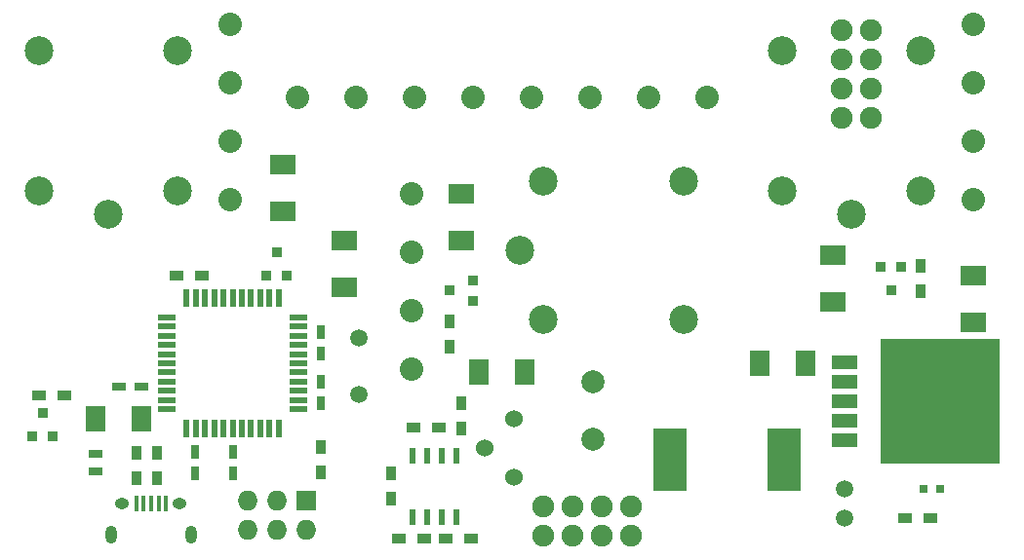
<source format=gts>
G04 #@! TF.FileFunction,Soldermask,Top*
%FSLAX46Y46*%
G04 Gerber Fmt 4.6, Leading zero omitted, Abs format (unit mm)*
G04 Created by KiCad (PCBNEW (2014-12-04 BZR 5312)-product) date 2/1/2015 4:22:24 PM*
%MOMM*%
G01*
G04 APERTURE LIST*
%ADD10C,0.100000*%
%ADD11R,0.550000X1.500000*%
%ADD12R,1.500000X0.550000*%
%ADD13C,1.905000*%
%ADD14C,1.501140*%
%ADD15C,2.000000*%
%ADD16R,1.800860X2.199640*%
%ADD17R,2.900000X5.400000*%
%ADD18C,1.500000*%
%ADD19R,1.200000X0.900000*%
%ADD20R,0.797560X0.797560*%
%ADD21R,2.286000X1.143000*%
%ADD22R,10.410000X10.800000*%
%ADD23C,2.500000*%
%ADD24C,2.032000*%
%ADD25R,0.750000X1.200000*%
%ADD26R,1.200000X0.750000*%
%ADD27R,0.400000X1.350000*%
%ADD28O,1.250000X0.950000*%
%ADD29O,1.000000X1.550000*%
%ADD30R,2.199640X1.800860*%
%ADD31R,1.143000X0.635000*%
%ADD32R,1.727200X1.727200*%
%ADD33O,1.727200X1.727200*%
%ADD34R,0.914400X0.914400*%
%ADD35R,0.900000X1.200000*%
%ADD36C,1.524000*%
%ADD37R,0.599440X1.399540*%
G04 APERTURE END LIST*
D10*
D11*
X81852000Y-59294000D03*
X82652000Y-59294000D03*
X83452000Y-59294000D03*
X84252000Y-59294000D03*
X85052000Y-59294000D03*
X85852000Y-59294000D03*
X86652000Y-59294000D03*
X87452000Y-59294000D03*
X88252000Y-59294000D03*
X89052000Y-59294000D03*
X89852000Y-59294000D03*
D12*
X91552000Y-57594000D03*
X91552000Y-56794000D03*
X91552000Y-55994000D03*
X91552000Y-55194000D03*
X91552000Y-54394000D03*
X91552000Y-53594000D03*
X91552000Y-52794000D03*
X91552000Y-51994000D03*
X91552000Y-51194000D03*
X91552000Y-50394000D03*
X91552000Y-49594000D03*
D11*
X89852000Y-47894000D03*
X89052000Y-47894000D03*
X88252000Y-47894000D03*
X87452000Y-47894000D03*
X86652000Y-47894000D03*
X85852000Y-47894000D03*
X85052000Y-47894000D03*
X84252000Y-47894000D03*
X83452000Y-47894000D03*
X82652000Y-47894000D03*
X81852000Y-47894000D03*
D12*
X80152000Y-49594000D03*
X80152000Y-50394000D03*
X80152000Y-51194000D03*
X80152000Y-51994000D03*
X80152000Y-52794000D03*
X80152000Y-53594000D03*
X80152000Y-54394000D03*
X80152000Y-55194000D03*
X80152000Y-55994000D03*
X80152000Y-56794000D03*
X80152000Y-57594000D03*
D13*
X120396000Y-66040000D03*
X117856000Y-66040000D03*
X115316000Y-66040000D03*
X112776000Y-66040000D03*
X120396000Y-68580000D03*
X117856000Y-68580000D03*
X115316000Y-68580000D03*
X112776000Y-68580000D03*
D14*
X96774000Y-51407060D03*
X96774000Y-56288940D03*
D15*
X117094000Y-60158000D03*
X117094000Y-55158000D03*
D13*
X141224000Y-24638000D03*
X138684000Y-24638000D03*
X141224000Y-27178000D03*
X138684000Y-27178000D03*
X141224000Y-29718000D03*
X138684000Y-29718000D03*
X141224000Y-32258000D03*
X138684000Y-32258000D03*
D16*
X131597400Y-53594000D03*
X135610600Y-53594000D03*
D17*
X133728000Y-61976000D03*
X123828000Y-61976000D03*
D18*
X138938000Y-67036000D03*
X138938000Y-64536000D03*
D19*
X144188000Y-67056000D03*
X146388000Y-67056000D03*
D20*
X145808700Y-64516000D03*
X147307300Y-64516000D03*
D21*
X138938000Y-55196740D03*
D22*
X147263000Y-56896000D03*
D21*
X138938000Y-58595260D03*
X138938000Y-56896000D03*
X138938000Y-53494940D03*
X138938000Y-60297060D03*
D23*
X112776000Y-49784000D03*
X112776000Y-37784000D03*
X124976000Y-37784000D03*
X124976000Y-49784000D03*
X110776000Y-43784000D03*
X81026000Y-38608000D03*
X69026000Y-38608000D03*
X69026000Y-26408000D03*
X81026000Y-26408000D03*
X75026000Y-40608000D03*
D16*
X77952600Y-58420000D03*
X73939400Y-58420000D03*
D23*
X145542000Y-38608000D03*
X133542000Y-38608000D03*
X133542000Y-26408000D03*
X145542000Y-26408000D03*
X139542000Y-40608000D03*
D24*
X101346000Y-43942000D03*
X101346000Y-49022000D03*
X101346000Y-54102000D03*
X101346000Y-38862000D03*
X85598000Y-29210000D03*
X85598000Y-34290000D03*
X85598000Y-39370000D03*
X85598000Y-24130000D03*
X150114000Y-29210000D03*
X150114000Y-34290000D03*
X150114000Y-39370000D03*
X150114000Y-24130000D03*
D25*
X85852000Y-61280000D03*
X85852000Y-63180000D03*
X82550000Y-63180000D03*
X82550000Y-61280000D03*
X93472000Y-52766000D03*
X93472000Y-50866000D03*
X93472000Y-55184000D03*
X93472000Y-57084000D03*
D26*
X76012000Y-55626000D03*
X77912000Y-55626000D03*
D27*
X77470000Y-65786000D03*
X78120000Y-65786000D03*
X78770000Y-65786000D03*
X79420000Y-65786000D03*
X80070000Y-65786000D03*
D28*
X76270000Y-65786000D03*
X81270000Y-65786000D03*
D29*
X75270000Y-68486000D03*
X82270000Y-68486000D03*
D30*
X150114000Y-45999400D03*
X150114000Y-50012600D03*
D16*
X107213400Y-54356000D03*
X111226600Y-54356000D03*
D30*
X90170000Y-36347400D03*
X90170000Y-40360600D03*
X105664000Y-38887400D03*
X105664000Y-42900600D03*
X95504000Y-46964600D03*
X95504000Y-42951400D03*
X137922000Y-44221400D03*
X137922000Y-48234600D03*
D31*
X73914000Y-61468000D03*
X73914000Y-62992000D03*
D24*
X106680000Y-30480000D03*
X111760000Y-30480000D03*
X101600000Y-30480000D03*
X116840000Y-30480000D03*
X96520000Y-30480000D03*
X91440000Y-30480000D03*
X121920000Y-30480000D03*
X127000000Y-30480000D03*
D32*
X92202000Y-65532000D03*
D33*
X92202000Y-68072000D03*
X89662000Y-65532000D03*
X89662000Y-68072000D03*
X87122000Y-65532000D03*
X87122000Y-68072000D03*
D34*
X106680000Y-46355000D03*
X106680000Y-48133000D03*
X104648000Y-47244000D03*
X90551000Y-45974000D03*
X88773000Y-45974000D03*
X89662000Y-43942000D03*
X142113000Y-45212000D03*
X143891000Y-45212000D03*
X143002000Y-47244000D03*
X70231000Y-59944000D03*
X68453000Y-59944000D03*
X69342000Y-57912000D03*
D35*
X77470000Y-63584000D03*
X77470000Y-61384000D03*
X79248000Y-63584000D03*
X79248000Y-61384000D03*
X104648000Y-52154000D03*
X104648000Y-49954000D03*
D19*
X80942000Y-45974000D03*
X83142000Y-45974000D03*
D35*
X145542000Y-45128000D03*
X145542000Y-47328000D03*
D19*
X104310000Y-68834000D03*
X106510000Y-68834000D03*
X100246000Y-68834000D03*
X102446000Y-68834000D03*
D35*
X105664000Y-59266000D03*
X105664000Y-57066000D03*
X99568000Y-65362000D03*
X99568000Y-63162000D03*
X93472000Y-60876000D03*
X93472000Y-63076000D03*
D19*
X103716000Y-59182000D03*
X101516000Y-59182000D03*
X71204000Y-56388000D03*
X69004000Y-56388000D03*
D36*
X107696000Y-60960000D03*
X110236000Y-58420000D03*
X110236000Y-63500000D03*
D37*
X101473000Y-61595000D03*
X101473000Y-66929000D03*
X102743000Y-61595000D03*
X104013000Y-61595000D03*
X105283000Y-61595000D03*
X102743000Y-66929000D03*
X104013000Y-66929000D03*
X105283000Y-66929000D03*
M02*

</source>
